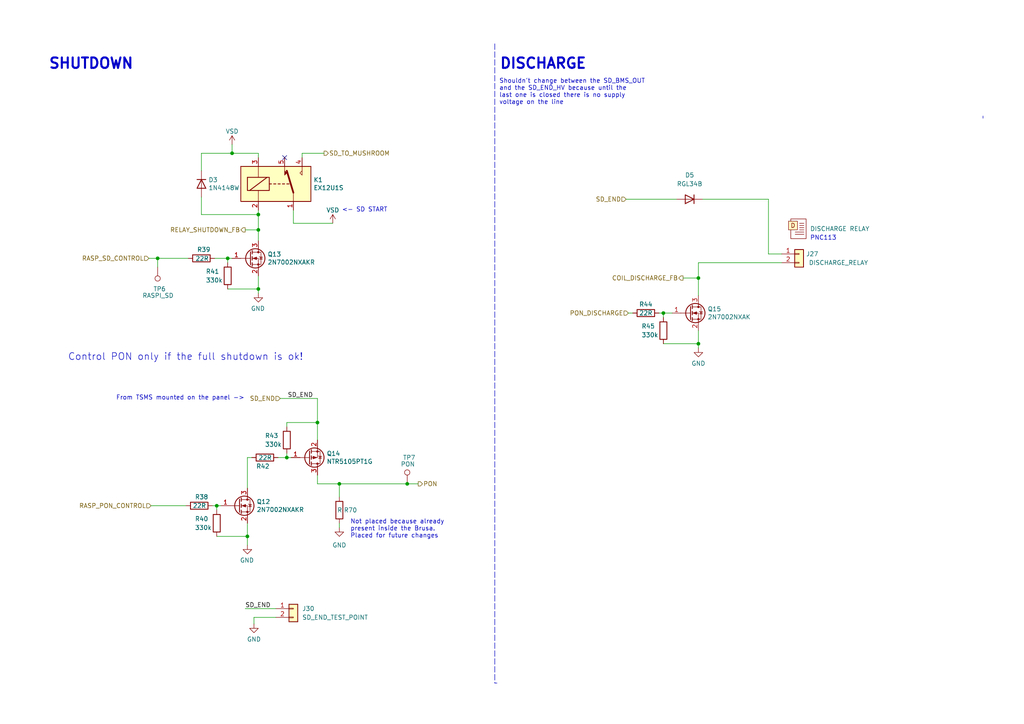
<source format=kicad_sch>
(kicad_sch (version 20211123) (generator eeschema)
  (paper "A4")
  (lib_symbols
    (symbol "Connector:TestPoint" (pin_numbers hide) (pin_names (offset 0.762) hide)
      (property "Reference" "TP" (at 0 6.858 0))
      (property "Value" "TestPoint" (at 0 5.08 0))
      (symbol "TestPoint_0_1"
        (circle (center 0 3.302) (radius 0.762))
      )
      (symbol "TestPoint_1_1"
        (pin passive line (at 0 0 90) (length 2.54) (name "1") (number "1"))
      )
    )
    (symbol "Connector_Generic:Conn_01x02" (pin_names (offset 1.016) hide)
      (property "Reference" "J" (at 0 2.54 0))
      (property "Value" "Conn_01x02" (at 0 -5.08 0))
      (symbol "Conn_01x02_1_1"
        (rectangle (start -1.27 -2.413) (end 0 -2.667) (stroke (width 0.1524)))
        (rectangle (start -1.27 0.127) (end 0 -0.127) (stroke (width 0.1524)))
        (rectangle (start -1.27 1.27) (end 1.27 -3.81) (stroke (width 0.254)) (fill (type background)))
        (pin passive line (at -5.08 0 0) (length 3.81) (name "Pin_1") (number "1"))
        (pin passive line (at -5.08 -2.54 0) (length 3.81) (name "Pin_2") (number "2"))
      )
    )
    (symbol "Device:Q_NMOS_GSD" (pin_names (offset 0) hide)
      (property "Reference" "Q" (at 5.08 1.27 0))
      (property "Value" "Q_NMOS_GSD" (at 5.08 -1.27 0))
      (symbol "Q_NMOS_GSD_0_1"
        (polyline (pts (xy 0.254 0) (xy -2.54 0)))
        (polyline (pts (xy 0.254 1.905) (xy 0.254 -1.905)) (stroke (width 0.254)))
        (polyline (pts (xy 0.762 -1.27) (xy 0.762 -2.286)) (stroke (width 0.254)))
        (polyline (pts (xy 0.762 0.508) (xy 0.762 -0.508)) (stroke (width 0.254)))
        (polyline (pts (xy 0.762 2.286) (xy 0.762 1.27)) (stroke (width 0.254)))
        (polyline (pts (xy 2.54 2.54) (xy 2.54 1.778)))
        (polyline (pts (xy 2.54 -2.54) (xy 2.54 0) (xy 0.762 0)))
        (polyline (pts (xy 0.762 -1.778) (xy 3.302 -1.778) (xy 3.302 1.778) (xy 0.762 1.778)))
        (polyline (pts (xy 1.016 0) (xy 2.032 0.381) (xy 2.032 -0.381) (xy 1.016 0)) (fill (type outline)))
        (polyline (pts (xy 2.794 0.508) (xy 2.921 0.381) (xy 3.683 0.381) (xy 3.81 0.254)))
        (polyline (pts (xy 3.302 0.381) (xy 2.921 -0.254) (xy 3.683 -0.254) (xy 3.302 0.381)))
        (circle (center 1.651 0) (radius 2.794) (stroke (width 0.254)))
        (circle (center 2.54 -1.778) (radius 0.254) (fill (type outline)))
        (circle (center 2.54 1.778) (radius 0.254) (fill (type outline)))
      )
      (symbol "Q_NMOS_GSD_1_1"
        (pin input line (at -5.08 0 0) (length 2.54) (name "G") (number "1"))
        (pin passive line (at 2.54 -5.08 90) (length 2.54) (name "S") (number "2"))
        (pin passive line (at 2.54 5.08 270) (length 2.54) (name "D") (number "3"))
      )
    )
    (symbol "Device:Q_PMOS_GSD" (pin_names (offset 0) hide)
      (property "Reference" "Q" (at 5.08 1.27 0))
      (property "Value" "Q_PMOS_GSD" (at 5.08 -1.27 0))
      (symbol "Q_PMOS_GSD_0_1"
        (polyline (pts (xy 0.254 0) (xy -2.54 0)))
        (polyline (pts (xy 0.254 1.905) (xy 0.254 -1.905)) (stroke (width 0.254)))
        (polyline (pts (xy 0.762 -1.27) (xy 0.762 -2.286)) (stroke (width 0.254)))
        (polyline (pts (xy 0.762 0.508) (xy 0.762 -0.508)) (stroke (width 0.254)))
        (polyline (pts (xy 0.762 2.286) (xy 0.762 1.27)) (stroke (width 0.254)))
        (polyline (pts (xy 2.54 2.54) (xy 2.54 1.778)))
        (polyline (pts (xy 2.54 -2.54) (xy 2.54 0) (xy 0.762 0)))
        (polyline (pts (xy 0.762 1.778) (xy 3.302 1.778) (xy 3.302 -1.778) (xy 0.762 -1.778)))
        (polyline (pts (xy 2.286 0) (xy 1.27 0.381) (xy 1.27 -0.381) (xy 2.286 0)) (fill (type outline)))
        (polyline (pts (xy 2.794 -0.508) (xy 2.921 -0.381) (xy 3.683 -0.381) (xy 3.81 -0.254)))
        (polyline (pts (xy 3.302 -0.381) (xy 2.921 0.254) (xy 3.683 0.254) (xy 3.302 -0.381)))
        (circle (center 1.651 0) (radius 2.794) (stroke (width 0.254)))
        (circle (center 2.54 -1.778) (radius 0.254) (fill (type outline)))
        (circle (center 2.54 1.778) (radius 0.254) (fill (type outline)))
      )
      (symbol "Q_PMOS_GSD_1_1"
        (pin input line (at -5.08 0 0) (length 2.54) (name "G") (number "1"))
        (pin passive line (at 2.54 -5.08 90) (length 2.54) (name "S") (number "2"))
        (pin passive line (at 2.54 5.08 270) (length 2.54) (name "D") (number "3"))
      )
    )
    (symbol "Device:R" (pin_numbers hide) (pin_names (offset 0))
      (property "Reference" "R" (at 2.032 0 90))
      (property "Value" "R" (at 0 0 90))
      (symbol "R_0_1"
        (rectangle (start -1.016 -2.54) (end 1.016 2.54) (stroke (width 0.254)))
      )
      (symbol "R_1_1"
        (pin passive line (at 0 3.81 270) (length 1.27) (name "~") (number "1"))
        (pin passive line (at 0 -3.81 90) (length 1.27) (name "~") (number "2"))
      )
    )
    (symbol "Diode:1N4148W" (pin_numbers hide) (pin_names hide)
      (property "Reference" "D" (at 0 2.54 0))
      (property "Value" "1N4148W" (at 0 -2.54 0))
      (symbol "1N4148W_0_1"
        (polyline (pts (xy -1.27 1.27) (xy -1.27 -1.27)) (stroke (width 0.254)))
        (polyline (pts (xy 1.27 0) (xy -1.27 0)))
        (polyline (pts (xy 1.27 1.27) (xy 1.27 -1.27) (xy -1.27 0) (xy 1.27 1.27)) (stroke (width 0.254)))
      )
      (symbol "1N4148W_1_1"
        (pin passive line (at -3.81 0 0) (length 2.54) (name "K") (number "1"))
        (pin passive line (at 3.81 0 180) (length 2.54) (name "A") (number "2"))
      )
    )
    (symbol "Eagle_Main:EX12U1S"
      (property "Reference" "K" (at 11.43 3.81 0))
      (property "Value" "EX12U1S" (at 11.43 1.27 0))
      (symbol "EX12U1S_0_0"
        (polyline (pts (xy -2.54 1.905) (xy -7.62 -1.905)) (stroke (width 0.254)))
      )
      (symbol "EX12U1S_0_1"
        (rectangle (start -10.16 5.08) (end 10.16 -5.08) (stroke (width 0.254)) (fill (type background)))
        (rectangle (start -8.255 1.905) (end -1.905 -1.905) (stroke (width 0.254)))
        (polyline (pts (xy -5.08 -5.08) (xy -5.08 -1.905)))
        (polyline (pts (xy -5.08 5.08) (xy -5.08 1.905)))
        (polyline (pts (xy -1.905 0) (xy -1.27 0)) (stroke (width 0.254)))
        (polyline (pts (xy -0.635 0) (xy 0 0)) (stroke (width 0.254)))
        (polyline (pts (xy 0.635 0) (xy 1.27 0)) (stroke (width 0.254)))
        (polyline (pts (xy 1.905 0) (xy 2.54 0)) (stroke (width 0.254)))
        (polyline (pts (xy 3.175 0) (xy 3.81 0)) (stroke (width 0.254)))
        (polyline (pts (xy 5.08 -2.54) (xy 3.175 3.81)) (stroke (width 0.508)))
        (polyline (pts (xy 5.08 -2.54) (xy 5.08 -5.08)))
        (polyline (pts (xy 2.54 5.08) (xy 2.54 2.54) (xy 3.175 3.175) (xy 2.54 3.81)) (fill (type outline)))
        (polyline (pts (xy 7.62 5.08) (xy 7.62 2.54) (xy 6.985 3.175) (xy 7.62 3.81)))
      )
      (symbol "EX12U1S_1_1"
        (pin passive line (at 5.08 -7.62 90) (length 2.54) (name "~") (number "1"))
        (pin passive line (at -5.08 -7.62 90) (length 2.54) (name "~") (number "2"))
        (pin passive line (at -5.08 7.62 270) (length 2.54) (name "~") (number "3"))
        (pin passive line (at 7.62 7.62 270) (length 2.54) (name "~") (number "4"))
        (pin passive line (at 2.54 7.62 270) (length 2.54) (name "~") (number "5"))
      )
    )
    (symbol "Eagle_Main:RGL34x" (pin_numbers hide) (pin_names (offset 1.016) hide)
      (property "Reference" "D" (at 0 2.54 0))
      (property "Value" "RGL34x" (at 0 -2.54 0))
      (symbol "RGL34x_0_1"
        (polyline (pts (xy -1.27 1.27) (xy -1.27 -1.27)) (stroke (width 0.254)))
        (polyline (pts (xy 1.27 0) (xy -1.27 0)))
        (polyline (pts (xy 1.27 1.27) (xy 1.27 -1.27) (xy -1.27 0) (xy 1.27 1.27)) (stroke (width 0.254)))
      )
      (symbol "RGL34x_1_1"
        (pin passive line (at -3.81 0 0) (length 2.54) (name "K") (number "1"))
        (pin passive line (at 3.81 0 180) (length 2.54) (name "A") (number "2"))
      )
    )
    (symbol "Eagle_Symbols:Datasheet" (on_board no)
      (property "Value" "Datasheet" (at 0 3.81 0))
      (symbol "Datasheet_0_0"
        (text "D" (at -1.778 0.635 0) (effects (font (size 1.27 1.27))))
      )
      (symbol "Datasheet_0_1"
        (rectangle (start -3.048 1.905) (end -0.508 -0.635) (fill (type background)))
        (polyline (pts (xy -1.143 -1.905) (xy 1.397 -1.905)))
        (polyline (pts (xy -1.143 -1.27) (xy 1.397 -1.27)))
        (polyline (pts (xy 0.127 -0.635) (xy 1.397 -0.635)))
        (polyline (pts (xy 0.127 0) (xy 1.397 0)))
        (polyline (pts (xy 0.127 0.635) (xy 1.397 0.635)))
        (polyline (pts (xy 0.127 1.27) (xy 1.397 1.27)))
        (polyline (pts (xy -2.413 1.905) (xy -2.413 2.54) (xy 2.032 2.54) (xy 2.032 -3.175) (xy -2.413 -3.175) (xy -2.413 -0.635)))
      )
    )
    (symbol "Transistor_FET:2N7002" (pin_names hide)
      (property "Reference" "Q" (at 5.08 1.905 0))
      (property "Value" "2N7002" (at 5.08 0 0))
      (symbol "2N7002_0_1"
        (polyline (pts (xy 0.254 0) (xy -2.54 0)))
        (polyline (pts (xy 0.254 1.905) (xy 0.254 -1.905)) (stroke (width 0.254)))
        (polyline (pts (xy 0.762 -1.27) (xy 0.762 -2.286)) (stroke (width 0.254)))
        (polyline (pts (xy 0.762 0.508) (xy 0.762 -0.508)) (stroke (width 0.254)))
        (polyline (pts (xy 0.762 2.286) (xy 0.762 1.27)) (stroke (width 0.254)))
        (polyline (pts (xy 2.54 2.54) (xy 2.54 1.778)))
        (polyline (pts (xy 2.54 -2.54) (xy 2.54 0) (xy 0.762 0)))
        (polyline (pts (xy 0.762 -1.778) (xy 3.302 -1.778) (xy 3.302 1.778) (xy 0.762 1.778)))
        (polyline (pts (xy 1.016 0) (xy 2.032 0.381) (xy 2.032 -0.381) (xy 1.016 0)) (fill (type outline)))
        (polyline (pts (xy 2.794 0.508) (xy 2.921 0.381) (xy 3.683 0.381) (xy 3.81 0.254)))
        (polyline (pts (xy 3.302 0.381) (xy 2.921 -0.254) (xy 3.683 -0.254) (xy 3.302 0.381)))
        (circle (center 1.651 0) (radius 2.794) (stroke (width 0.254)))
        (circle (center 2.54 -1.778) (radius 0.254) (fill (type outline)))
        (circle (center 2.54 1.778) (radius 0.254) (fill (type outline)))
      )
      (symbol "2N7002_1_1"
        (pin input line (at -5.08 0 0) (length 2.54) (name "G") (number "1"))
        (pin passive line (at 2.54 -5.08 90) (length 2.54) (name "S") (number "2"))
        (pin passive line (at 2.54 5.08 270) (length 2.54) (name "D") (number "3"))
      )
    )
    (symbol "VSD_1" (power) (pin_names (offset 0)) (in_bom no) (on_board no)
      (property "Value" "VSD_1" (at 0 3.81 0))
      (symbol "VSD_1_0_1"
        (polyline (pts (xy -0.762 1.27) (xy 0 2.54)))
        (polyline (pts (xy 0 0) (xy 0 2.54)))
        (polyline (pts (xy 0 2.54) (xy 0.762 1.27)))
      )
      (symbol "VSD_1_1_1"
        (pin power_in line (at 0 0 90) (length 0) hide (name "VSD") (number "1"))
      )
    )
    (symbol "power:GND" (power) (pin_names (offset 0))
      (property "Value" "GND" (at 0 -3.81 0))
      (symbol "GND_0_1"
        (polyline (pts (xy 0 0) (xy 0 -1.27) (xy 1.27 -1.27) (xy 0 -2.54) (xy -1.27 -1.27) (xy 0 -1.27)))
      )
      (symbol "GND_1_1"
        (pin power_in line (at 0 0 270) (length 0) hide (name "GND") (number "1"))
      )
    )
  )
  (junction (at 74.93 66.675))
  (junction (at 66.04 74.93))
  (junction (at 67.31 44.45))
  (junction (at 71.755 155.575))
  (junction (at 118.11 140.335))
  (junction (at 74.93 62.23))
  (junction (at 74.93 83.82))
  (junction (at 192.405 90.805))
  (junction (at 202.565 80.645))
  (junction (at 45.72 74.93))
  (junction (at 202.565 99.695))
  (junction (at 83.185 132.715))
  (junction (at 62.865 146.685))
  (junction (at 98.425 140.335))
  (junction (at 92.075 122.555))
  (no_connect (at 82.55 45.72))
  (wire (pts (xy 83.185 131.445) (xy 83.185 132.715)))
  (wire (pts (xy 202.565 76.2) (xy 226.695 76.2)))
  (wire (pts (xy 74.93 85.09) (xy 74.93 83.82)))
  (wire (pts (xy 71.755 132.715) (xy 73.025 132.715)))
  (wire (pts (xy 71.755 155.575) (xy 71.755 151.765)))
  (wire (pts (xy 182.245 90.805) (xy 183.515 90.805)))
  (wire (pts (xy 43.815 146.685) (xy 53.975 146.685)))
  (wire (pts (xy 202.565 99.695) (xy 202.565 100.965)))
  (wire (pts (xy 118.11 140.335) (xy 121.285 140.335)))
  (wire (pts (xy 62.865 147.955) (xy 62.865 146.685)))
  (wire (pts (xy 96.52 64.77) (xy 85.09 64.77)))
  (wire (pts (xy 98.425 144.145) (xy 98.425 140.335)))
  (wire (pts (xy 81.28 115.57) (xy 92.075 115.57)))
  (wire (pts (xy 66.04 83.82) (xy 74.93 83.82)))
  (wire (pts (xy 98.425 140.335) (xy 118.11 140.335)))
  (wire (pts (xy 192.405 90.805) (xy 192.405 92.075)))
  (wire (pts (xy 92.075 140.335) (xy 98.425 140.335)))
  (wire (pts (xy 71.12 66.675) (xy 74.93 66.675)))
  (wire (pts (xy 92.075 140.335) (xy 92.075 137.795)))
  (wire (pts (xy 83.185 122.555) (xy 92.075 122.555)))
  (wire (pts (xy 71.755 141.605) (xy 71.755 132.715)))
  (wire (pts (xy 202.565 95.885) (xy 202.565 99.695)))
  (wire (pts (xy 74.93 83.82) (xy 74.93 80.01)))
  (wire (pts (xy 192.405 90.805) (xy 194.945 90.805)))
  (wire (pts (xy 92.075 122.555) (xy 92.075 127.635)))
  (wire (pts (xy 181.61 57.785) (xy 196.215 57.785)))
  (wire (pts (xy 198.12 80.645) (xy 202.565 80.645)))
  (wire (pts (xy 226.695 73.66) (xy 222.885 73.66)))
  (wire (pts (xy 45.72 77.47) (xy 45.72 74.93)))
  (polyline (pts (xy 285.115 34.29) (xy 285.115 33.655)))
  (wire (pts (xy 73.66 180.975) (xy 73.66 179.07)))
  (wire (pts (xy 45.72 74.93) (xy 54.61 74.93)))
  (wire (pts (xy 98.425 151.765) (xy 98.425 153.035)))
  (wire (pts (xy 202.565 80.645) (xy 202.565 76.2)))
  (wire (pts (xy 62.23 74.93) (xy 66.04 74.93)))
  (wire (pts (xy 202.565 85.725) (xy 202.565 80.645)))
  (wire (pts (xy 74.93 62.23) (xy 74.93 60.96)))
  (wire (pts (xy 62.865 155.575) (xy 71.755 155.575)))
  (wire (pts (xy 61.595 146.685) (xy 62.865 146.685)))
  (wire (pts (xy 87.63 45.72) (xy 87.63 44.45)))
  (wire (pts (xy 85.09 64.77) (xy 85.09 60.96)))
  (wire (pts (xy 192.405 99.695) (xy 202.565 99.695)))
  (wire (pts (xy 67.31 41.91) (xy 67.31 44.45)))
  (polyline (pts (xy 143.51 198.12) (xy 144.145 198.12)))
  (wire (pts (xy 74.93 44.45) (xy 74.93 45.72)))
  (wire (pts (xy 66.04 74.93) (xy 66.04 76.2)))
  (wire (pts (xy 73.66 179.07) (xy 80.01 179.07)))
  (wire (pts (xy 66.04 74.93) (xy 67.31 74.93)))
  (wire (pts (xy 71.12 176.53) (xy 80.01 176.53)))
  (wire (pts (xy 58.42 49.53) (xy 58.42 44.45)))
  (wire (pts (xy 80.645 132.715) (xy 83.185 132.715)))
  (wire (pts (xy 222.885 73.66) (xy 222.885 57.785)))
  (wire (pts (xy 67.31 44.45) (xy 74.93 44.45)))
  (wire (pts (xy 71.755 158.115) (xy 71.755 155.575)))
  (wire (pts (xy 83.185 123.825) (xy 83.185 122.555)))
  (wire (pts (xy 191.135 90.805) (xy 192.405 90.805)))
  (wire (pts (xy 74.93 69.85) (xy 74.93 66.675)))
  (wire (pts (xy 92.075 115.57) (xy 92.075 122.555)))
  (wire (pts (xy 62.865 146.685) (xy 64.135 146.685)))
  (wire (pts (xy 87.63 44.45) (xy 93.98 44.45)))
  (wire (pts (xy 43.18 74.93) (xy 45.72 74.93)))
  (polyline (pts (xy 143.51 12.7) (xy 143.51 198.12)))
  (wire (pts (xy 58.42 44.45) (xy 67.31 44.45)))
  (wire (pts (xy 58.42 57.15) (xy 58.42 62.23)))
  (wire (pts (xy 74.93 66.675) (xy 74.93 62.23)))
  (wire (pts (xy 58.42 62.23) (xy 74.93 62.23)))
  (wire (pts (xy 83.185 132.715) (xy 84.455 132.715)))
  (wire (pts (xy 203.835 57.785) (xy 222.885 57.785)))
  (text "From TSMS mounted on the panel ->" (at 33.655 116.205 0) (effects (font (size 1.27 1.27)) (justify left bottom)))
  (text "<- SD START" (at 99.1513 61.6558 0) (effects (font (size 1.27 1.27)) (justify left bottom)))
  (text "SHUTDOWN" (at 13.97 20.32 0) (effects (font (size 3 3) (thickness 0.5994) bold) (justify left bottom)))
  (text "Shouldn't change between the SD_BMS_OUT\nand the SD_END_HV because until the \nlast one is closed there is no supply\nvoltage on the line " (at 144.78 30.48 0) (effects (font (size 1.27 1.27)) (justify left bottom)))
  (text "Not placed because already\npresent inside the Brusa.\nPlaced for future changes" (at 101.6 156.21 0) (effects (font (size 1.27 1.27)) (justify left bottom)))
  (text "PNC113" (at 234.95 69.85 0) (effects (font (size 1.27 1.27)) (justify left bottom)))
  (text "DISCHARGE" (at 144.78 20.32 0) (effects (font (size 3 3) (thickness 0.5994) bold) (justify left bottom)))
  (text "Control PON only if the full shutdown is ok!\n" (at 19.685 104.775 0) (effects (font (size 2 2)) (justify left bottom)))
  (label "SD_END" (at 71.12 176.53 0))
  (label "SD_END" (at 90.805 115.57 180))
  (hierarchical_label "PON" (shape output) (at 121.285 140.335 0))
  (hierarchical_label "RASP_SD_CONTROL" (shape input) (at 43.18 74.93 180))
  (hierarchical_label "RELAY_SHUTDOWN_FB" (shape output) (at 71.12 66.675 180))
  (hierarchical_label "COIL_DISCHARGE_FB" (shape output) (at 198.12 80.645 180))
  (hierarchical_label "PON_DISCHARGE" (shape input) (at 182.245 90.805 180))
  (hierarchical_label "SD_END" (shape input) (at 181.61 57.785 180))
  (hierarchical_label "RASP_PON_CONTROL" (shape input) (at 43.815 146.685 180))
  (hierarchical_label "SD_TO_MUSHROOM" (shape output) (at 93.98 44.45 0))
  (hierarchical_label "SD_END" (shape input) (at 81.28 115.57 180))
  (symbol (lib_id "Eagle_Main:EX12U1S") (at 80.01 53.34 0) (unit 1)
    (property "Reference" "K1" (at 90.932 52.1716 0) (effects (justify left)))
    (property "Value" "EX12U1S" (at 90.932 54.483 0) (effects (justify left)))
    (property "Footprint" "Eagle_Main:EX12U1S" (effects hide))
    (property "Datasheet" "datasheets/relay_ex1_ex2_e-844962.pdf" (effects hide))
  )
  (symbol (lib_id "Device:R") (at 62.865 151.765 0) (unit 1)
    (property "Reference" "R40" (at 56.515 150.495 0) (effects (justify left)))
    (property "Value" "330k" (at 56.515 153.035 0) (effects (justify left)))
    (property "Footprint" "Resistor_SMD:R_0603_1608Metric" (effects hide))
  )
  (symbol (lib_id "Device:R") (at 187.325 90.805 90) (unit 1)
    (property "Reference" "R44" (at 187.325 88.265 90))
    (property "Value" "22R" (at 187.325 90.805 90))
    (property "Footprint" "Resistor_SMD:R_0603_1608Metric" (effects hide))
  )
  (symbol (lib_id "power:GND") (at 98.425 153.035 0) (unit 1)
    (property "Reference" "#PWR0168" (effects hide))
    (property "Value" "GND" (at 98.425 158.115 0))
  )
  (symbol (lib_id "Eagle_Main:RGL34x") (at 200.025 57.785 180) (unit 1)
    (property "Reference" "D5" (at 200.025 50.8 0))
    (property "Value" "RGL34B" (at 200.025 53.34 0))
    (property "Footprint" "Diode_SMD:D_MiniMELF" (effects hide))
    (property "Datasheet" "datasheets/rgl34a-1768034.pdf" (effects hide))
  )
  (symbol (lib_id "power:GND") (at 71.755 158.115 0) (mirror y) (unit 1)
    (property "Reference" "#PWR084" (effects hide))
    (property "Value" "GND" (at 71.628 162.5092 0))
  )
  (symbol (lib_name "VSD_1") (lib_id "Eagle_Main:VSD") (at 67.31 41.91 0) (unit 1) (in_bom no) (on_board no)
    (property "Reference" "#PWR0148" (effects hide))
    (property "Value" "VSD" (at 67.31 38.1 0))
  )
  (symbol (lib_id "Device:R") (at 58.42 74.93 270) (unit 1)
    (property "Reference" "R39" (at 57.15 72.39 90) (effects (justify left)))
    (property "Value" "22R" (at 56.6602 75.0076 90) (effects (justify left)))
    (property "Footprint" "Resistor_SMD:R_0603_1608Metric" (effects hide))
  )
  (symbol (lib_id "Device:R") (at 83.185 127.635 0) (unit 1)
    (property "Reference" "R43" (at 76.835 126.365 0) (effects (justify left)))
    (property "Value" "330k" (at 76.835 128.905 0) (effects (justify left)))
    (property "Footprint" "Resistor_SMD:R_0603_1608Metric" (effects hide))
  )
  (symbol (lib_id "power:GND") (at 74.93 85.09 0) (mirror y) (unit 1)
    (property "Reference" "#PWR086" (effects hide))
    (property "Value" "GND" (at 74.803 89.4842 0))
  )
  (symbol (lib_name "VSD_1") (lib_id "Eagle_Main:VSD") (at 96.52 64.77 0) (unit 1) (in_bom no) (on_board no)
    (property "Reference" "#PWR0174" (effects hide))
    (property "Value" "VSD" (at 96.52 60.96 0))
  )
  (symbol (lib_id "Device:R") (at 76.835 132.715 270) (unit 1)
    (property "Reference" "R42" (at 74.295 135.255 90) (effects (justify left)))
    (property "Value" "22R" (at 74.9479 132.742 90) (effects (justify left)))
    (property "Footprint" "Resistor_SMD:R_0603_1608Metric" (effects hide))
  )
  (symbol (lib_id "Connector_Generic:Conn_01x02") (at 85.09 176.53 0) (unit 1)
    (property "Reference" "J30" (at 87.63 176.5299 0) (effects (justify left)))
    (property "Value" "SD_END_TEST_POINT" (at 87.63 179.0699 0) (effects (justify left)))
    (property "Footprint" "Connector_Molex:Molex_Micro-Fit_3.0_43650-0215_1x02_P3.00mm_Vertical" (effects hide))
  )
  (symbol (lib_id "Connector:TestPoint") (at 45.72 77.47 180) (unit 1)
    (property "Reference" "TP6" (at 44.45 83.82 0) (effects (justify right)))
    (property "Value" "RASPI_SD" (at 41.275 85.725 0) (effects (justify right)))
    (property "Footprint" "TestPoint:TestPoint_Pad_D2.0mm" (effects hide))
  )
  (symbol (lib_id "Transistor_FET:2N7002") (at 69.215 146.685 0) (unit 1)
    (property "Reference" "Q12" (at 74.422 145.5166 0) (effects (justify left)))
    (property "Value" "2N7002NXAKR" (at 74.422 147.828 0) (effects (justify left)))
    (property "Footprint" "Package_TO_SOT_SMD:SOT-23" (effects hide))
    (property "Datasheet" "datasheets/NDS7002A-D.pdf" (effects hide))
  )
  (symbol (lib_id "Device:Q_PMOS_GSD") (at 89.535 132.715 0) (mirror x) (unit 1)
    (property "Reference" "Q14" (at 94.742 131.5466 0) (effects (justify left)))
    (property "Value" "NTR5105PT1G" (at 94.742 133.858 0) (effects (justify left)))
    (property "Footprint" "Package_TO_SOT_SMD:SOT-23" (effects hide))
    (property "Datasheet" "datasheets/NTR5105P_D-2319014.pdf" (effects hide))
  )
  (symbol (lib_id "Transistor_FET:2N7002") (at 72.39 74.93 0) (unit 1)
    (property "Reference" "Q13" (at 77.597 73.7616 0) (effects (justify left)))
    (property "Value" "2N7002NXAKR" (at 77.597 76.073 0) (effects (justify left)))
    (property "Footprint" "Package_TO_SOT_SMD:SOT-23" (effects hide))
    (property "Datasheet" "datasheets/NDS7002A-D.pdf" (effects hide))
  )
  (symbol (lib_id "Connector_Generic:Conn_01x02") (at 231.775 73.66 0) (unit 1)
    (property "Reference" "J27" (at 235.585 73.66 0))
    (property "Value" "DISCHARGE_RELAY" (at 243.205 76.2 0))
    (property "Footprint" "Connector_Molex:Molex_Micro-Fit_3.0_43650-0215_1x02_P3.00mm_Vertical" (effects hide))
  )
  (symbol (lib_id "Device:R") (at 98.425 147.955 0) (unit 1)
    (property "Reference" "R70" (at 99.695 147.955 0) (effects (justify left)))
    (property "Value" "R" (at 97.79 147.955 0) (effects (justify left)))
    (property "Footprint" "Resistor_SMD:R_0805_2012Metric" (effects hide))
  )
  (symbol (lib_id "Device:R") (at 57.785 146.685 270) (unit 1)
    (property "Reference" "R38" (at 56.515 144.145 90) (effects (justify left)))
    (property "Value" "22R" (at 55.88 146.685 90) (effects (justify left)))
    (property "Footprint" "Resistor_SMD:R_0603_1608Metric" (effects hide))
  )
  (symbol (lib_id "power:GND") (at 202.565 100.965 0) (unit 1)
    (property "Reference" "#PWR088" (effects hide))
    (property "Value" "GND" (at 202.565 105.41 0))
  )
  (symbol (lib_id "Device:R") (at 66.04 80.01 0) (unit 1)
    (property "Reference" "R41" (at 59.69 78.74 0) (effects (justify left)))
    (property "Value" "330k" (at 59.69 81.28 0) (effects (justify left)))
    (property "Footprint" "Resistor_SMD:R_0603_1608Metric" (effects hide))
  )
  (symbol (lib_id "Eagle_Symbols:Datasheet") (at 231.775 66.04 0) (unit 1) (on_board no)
    (property "Reference" "D7" (effects hide))
    (property "Value" "DISCHARGE RELAY" (at 234.95 66.3574 0) (effects (justify left)))
    (property "Datasheet" "datasheets/discharge_relay_PNC113.pdf" (effects hide))
  )
  (symbol (lib_id "Connector:TestPoint") (at 118.11 140.335 0) (mirror y) (unit 1)
    (property "Reference" "TP7" (at 116.84 132.715 0) (effects (justify right)))
    (property "Value" "PON" (at 116.205 134.62 0) (effects (justify right)))
    (property "Footprint" "TestPoint:TestPoint_Pad_D2.0mm" (effects hide))
  )
  (symbol (lib_id "power:GND") (at 73.66 180.975 0) (unit 1)
    (property "Reference" "#PWR0169" (effects hide))
    (property "Value" "GND" (at 73.66 185.42 0))
  )
  (symbol (lib_id "Device:Q_NMOS_GSD") (at 200.025 90.805 0) (unit 1)
    (property "Reference" "Q15" (at 205.232 89.6366 0) (effects (justify left)))
    (property "Value" "2N7002NXAK" (at 205.232 91.948 0) (effects (justify left)))
    (property "Footprint" "Package_TO_SOT_SMD:SOT-23" (effects hide))
    (property "Datasheet" "datasheets/2N7002NXAK.pdf" (effects hide))
  )
  (symbol (lib_id "Diode:1N4148W") (at 58.42 53.34 270) (unit 1)
    (property "Reference" "D3" (at 60.452 52.1716 90) (effects (justify left)))
    (property "Value" "1N4148W" (at 60.452 54.483 90) (effects (justify left)))
    (property "Footprint" "Diode_SMD:D_SOD-123" (effects hide))
    (property "Datasheet" "https://www.vishay.com/docs/85748/1n4148w.pdf" (effects hide))
  )
  (symbol (lib_id "Device:R") (at 192.405 95.885 0) (unit 1)
    (property "Reference" "R45" (at 186.055 94.615 0) (effects (justify left)))
    (property "Value" "330k" (at 186.055 97.155 0) (effects (justify left)))
    (property "Footprint" "Resistor_SMD:R_0603_1608Metric" (effects hide))
  )
)
</source>
